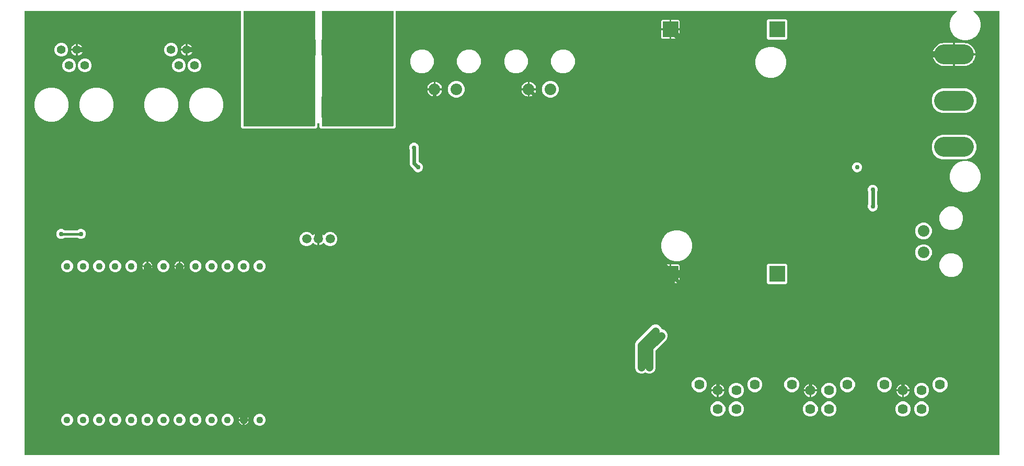
<source format=gbr>
G04 EAGLE Gerber RS-274X export*
G75*
%MOMM*%
%FSLAX34Y34*%
%LPD*%
%INBottom Copper*%
%IPPOS*%
%AMOC8*
5,1,8,0,0,1.08239X$1,22.5*%
G01*
%ADD10C,1.108000*%
%ADD11C,1.875000*%
%ADD12R,2.500000X2.500000*%
%ADD13C,1.008000*%
%ADD14C,4.000000*%
%ADD15C,1.500000*%
%ADD16P,6.511658X8X202.500000*%
%ADD17C,3.200000*%
%ADD18C,1.408000*%
%ADD19C,1.620000*%
%ADD20C,1.016000*%
%ADD21C,1.270000*%
%ADD22C,0.756400*%
%ADD23C,0.812800*%
%ADD24C,0.508000*%
%ADD25C,0.609600*%
%ADD26C,0.406400*%

G36*
X1589098Y10164D02*
X1589098Y10164D01*
X1589117Y10162D01*
X1589219Y10184D01*
X1589321Y10200D01*
X1589338Y10210D01*
X1589358Y10214D01*
X1589447Y10267D01*
X1589538Y10316D01*
X1589552Y10330D01*
X1589569Y10340D01*
X1589636Y10419D01*
X1589708Y10494D01*
X1589716Y10512D01*
X1589729Y10527D01*
X1589768Y10623D01*
X1589811Y10717D01*
X1589813Y10737D01*
X1589821Y10755D01*
X1589839Y10922D01*
X1589839Y729078D01*
X1589836Y729098D01*
X1589838Y729117D01*
X1589816Y729219D01*
X1589800Y729321D01*
X1589790Y729338D01*
X1589786Y729358D01*
X1589733Y729447D01*
X1589684Y729538D01*
X1589670Y729552D01*
X1589660Y729569D01*
X1589581Y729636D01*
X1589506Y729708D01*
X1589488Y729716D01*
X1589473Y729729D01*
X1589377Y729768D01*
X1589283Y729811D01*
X1589263Y729813D01*
X1589245Y729821D01*
X1589078Y729839D01*
X1547915Y729839D01*
X1547868Y729832D01*
X1547820Y729833D01*
X1547748Y729812D01*
X1547673Y729800D01*
X1547630Y729777D01*
X1547584Y729763D01*
X1547522Y729720D01*
X1547455Y729684D01*
X1547422Y729650D01*
X1547383Y729622D01*
X1547338Y729561D01*
X1547286Y729506D01*
X1547266Y729463D01*
X1547237Y729424D01*
X1547214Y729352D01*
X1547182Y729283D01*
X1547177Y729235D01*
X1547162Y729190D01*
X1547164Y729114D01*
X1547155Y729039D01*
X1547165Y728992D01*
X1547166Y728944D01*
X1547191Y728872D01*
X1547208Y728798D01*
X1547232Y728757D01*
X1547248Y728712D01*
X1547295Y728652D01*
X1547334Y728587D01*
X1547370Y728556D01*
X1547400Y728518D01*
X1547504Y728442D01*
X1547521Y728427D01*
X1547527Y728425D01*
X1547535Y728419D01*
X1549449Y727314D01*
X1554134Y722629D01*
X1557446Y716892D01*
X1559161Y710492D01*
X1559161Y703868D01*
X1557446Y697468D01*
X1554134Y691731D01*
X1549449Y687046D01*
X1543712Y683734D01*
X1537312Y682019D01*
X1530688Y682019D01*
X1524288Y683734D01*
X1518551Y687046D01*
X1513866Y691731D01*
X1510554Y697468D01*
X1508839Y703868D01*
X1508839Y710492D01*
X1510554Y716892D01*
X1513866Y722629D01*
X1518551Y727314D01*
X1520465Y728419D01*
X1520502Y728449D01*
X1520545Y728472D01*
X1520597Y728526D01*
X1520655Y728575D01*
X1520681Y728615D01*
X1520714Y728650D01*
X1520746Y728719D01*
X1520786Y728783D01*
X1520797Y728830D01*
X1520818Y728873D01*
X1520826Y728948D01*
X1520844Y729022D01*
X1520839Y729070D01*
X1520845Y729117D01*
X1520829Y729192D01*
X1520822Y729267D01*
X1520803Y729311D01*
X1520792Y729358D01*
X1520754Y729423D01*
X1520723Y729492D01*
X1520691Y729528D01*
X1520666Y729569D01*
X1520609Y729618D01*
X1520558Y729674D01*
X1520516Y729698D01*
X1520479Y729729D01*
X1520409Y729757D01*
X1520343Y729794D01*
X1520296Y729803D01*
X1520251Y729821D01*
X1520123Y729835D01*
X1520101Y729839D01*
X1520095Y729838D01*
X1520085Y729839D01*
X612648Y729839D01*
X612628Y729836D01*
X612609Y729838D01*
X612507Y729816D01*
X612405Y729800D01*
X612388Y729790D01*
X612368Y729786D01*
X612279Y729733D01*
X612188Y729684D01*
X612174Y729670D01*
X612157Y729660D01*
X612090Y729581D01*
X612018Y729506D01*
X612010Y729488D01*
X611997Y729473D01*
X611958Y729377D01*
X611915Y729283D01*
X611913Y729263D01*
X611905Y729245D01*
X611887Y729078D01*
X611887Y541561D01*
X609059Y538733D01*
X490761Y538733D01*
X487933Y541561D01*
X487933Y546989D01*
X487930Y547009D01*
X487932Y547028D01*
X487910Y547130D01*
X487894Y547232D01*
X487884Y547249D01*
X487880Y547269D01*
X487827Y547358D01*
X487778Y547449D01*
X487764Y547463D01*
X487754Y547480D01*
X487675Y547547D01*
X487600Y547619D01*
X487582Y547627D01*
X487567Y547640D01*
X487471Y547679D01*
X487377Y547722D01*
X487357Y547724D01*
X487339Y547732D01*
X487172Y547750D01*
X485648Y547750D01*
X485628Y547747D01*
X485609Y547749D01*
X485507Y547727D01*
X485405Y547711D01*
X485388Y547701D01*
X485368Y547697D01*
X485279Y547644D01*
X485188Y547595D01*
X485174Y547581D01*
X485157Y547571D01*
X485090Y547492D01*
X485018Y547417D01*
X485010Y547399D01*
X484997Y547384D01*
X484958Y547288D01*
X484915Y547194D01*
X484913Y547174D01*
X484905Y547156D01*
X484887Y546989D01*
X484887Y541561D01*
X482059Y538733D01*
X363761Y538733D01*
X360933Y541561D01*
X360933Y729078D01*
X360930Y729098D01*
X360932Y729117D01*
X360910Y729219D01*
X360894Y729321D01*
X360884Y729338D01*
X360880Y729358D01*
X360827Y729447D01*
X360778Y729538D01*
X360764Y729552D01*
X360754Y729569D01*
X360675Y729636D01*
X360600Y729708D01*
X360582Y729716D01*
X360567Y729729D01*
X360471Y729768D01*
X360377Y729811D01*
X360357Y729813D01*
X360339Y729821D01*
X360172Y729839D01*
X10922Y729839D01*
X10902Y729836D01*
X10883Y729838D01*
X10781Y729816D01*
X10679Y729800D01*
X10662Y729790D01*
X10642Y729786D01*
X10553Y729733D01*
X10462Y729684D01*
X10448Y729670D01*
X10431Y729660D01*
X10364Y729581D01*
X10292Y729506D01*
X10284Y729488D01*
X10271Y729473D01*
X10232Y729377D01*
X10189Y729283D01*
X10187Y729263D01*
X10179Y729245D01*
X10161Y729078D01*
X10161Y10922D01*
X10164Y10902D01*
X10162Y10883D01*
X10184Y10781D01*
X10200Y10679D01*
X10210Y10662D01*
X10214Y10642D01*
X10267Y10553D01*
X10316Y10462D01*
X10330Y10448D01*
X10340Y10431D01*
X10419Y10364D01*
X10494Y10292D01*
X10512Y10284D01*
X10527Y10271D01*
X10623Y10232D01*
X10717Y10189D01*
X10737Y10187D01*
X10755Y10179D01*
X10922Y10161D01*
X1589078Y10161D01*
X1589098Y10164D01*
G37*
G36*
X480080Y542802D02*
X480080Y542802D01*
X480099Y542800D01*
X480201Y542822D01*
X480303Y542839D01*
X480320Y542848D01*
X480340Y542852D01*
X480429Y542905D01*
X480520Y542954D01*
X480534Y542968D01*
X480551Y542978D01*
X480618Y543057D01*
X480690Y543132D01*
X480698Y543150D01*
X480711Y543165D01*
X480750Y543261D01*
X480793Y543355D01*
X480795Y543375D01*
X480803Y543393D01*
X480821Y543560D01*
X480821Y556711D01*
X481236Y557235D01*
X481264Y557280D01*
X481298Y557319D01*
X481354Y557427D01*
X481418Y557529D01*
X481434Y557579D01*
X481459Y557626D01*
X481489Y557743D01*
X481527Y557857D01*
X481532Y557909D01*
X481545Y557960D01*
X481559Y558165D01*
X481559Y589915D01*
X481552Y589980D01*
X481554Y590045D01*
X481532Y590151D01*
X481519Y590258D01*
X481497Y590320D01*
X481484Y590384D01*
X481439Y590482D01*
X481402Y590584D01*
X481366Y590638D01*
X481339Y590697D01*
X481220Y590865D01*
X480821Y591352D01*
X480821Y729078D01*
X480818Y729098D01*
X480820Y729117D01*
X480798Y729219D01*
X480782Y729321D01*
X480772Y729338D01*
X480768Y729358D01*
X480715Y729447D01*
X480666Y729538D01*
X480652Y729552D01*
X480642Y729569D01*
X480563Y729636D01*
X480488Y729708D01*
X480470Y729716D01*
X480455Y729729D01*
X480359Y729768D01*
X480265Y729811D01*
X480245Y729813D01*
X480227Y729821D01*
X480060Y729839D01*
X365760Y729839D01*
X365740Y729836D01*
X365721Y729838D01*
X365619Y729816D01*
X365517Y729800D01*
X365500Y729790D01*
X365480Y729786D01*
X365391Y729733D01*
X365300Y729684D01*
X365286Y729670D01*
X365269Y729660D01*
X365202Y729581D01*
X365131Y729506D01*
X365122Y729488D01*
X365109Y729473D01*
X365070Y729377D01*
X365027Y729283D01*
X365025Y729263D01*
X365017Y729245D01*
X364999Y729078D01*
X364999Y543560D01*
X365002Y543540D01*
X365000Y543521D01*
X365022Y543419D01*
X365039Y543317D01*
X365048Y543300D01*
X365052Y543280D01*
X365105Y543191D01*
X365154Y543100D01*
X365168Y543086D01*
X365178Y543069D01*
X365257Y543002D01*
X365332Y542931D01*
X365350Y542922D01*
X365365Y542909D01*
X365461Y542870D01*
X365555Y542827D01*
X365575Y542825D01*
X365593Y542817D01*
X365760Y542799D01*
X480060Y542799D01*
X480080Y542802D01*
G37*
G36*
X607080Y542802D02*
X607080Y542802D01*
X607099Y542800D01*
X607201Y542822D01*
X607303Y542839D01*
X607320Y542848D01*
X607340Y542852D01*
X607429Y542905D01*
X607520Y542954D01*
X607534Y542968D01*
X607551Y542978D01*
X607618Y543057D01*
X607690Y543132D01*
X607698Y543150D01*
X607711Y543165D01*
X607750Y543261D01*
X607793Y543355D01*
X607795Y543375D01*
X607803Y543393D01*
X607821Y543560D01*
X607821Y729078D01*
X607818Y729098D01*
X607820Y729117D01*
X607798Y729219D01*
X607782Y729321D01*
X607772Y729338D01*
X607768Y729358D01*
X607715Y729447D01*
X607666Y729538D01*
X607652Y729552D01*
X607642Y729569D01*
X607563Y729636D01*
X607488Y729708D01*
X607470Y729716D01*
X607455Y729729D01*
X607359Y729768D01*
X607265Y729811D01*
X607245Y729813D01*
X607227Y729821D01*
X607060Y729839D01*
X492760Y729839D01*
X492740Y729836D01*
X492721Y729838D01*
X492619Y729816D01*
X492517Y729800D01*
X492500Y729790D01*
X492480Y729786D01*
X492391Y729733D01*
X492300Y729684D01*
X492286Y729670D01*
X492269Y729660D01*
X492202Y729581D01*
X492131Y729506D01*
X492122Y729488D01*
X492109Y729473D01*
X492070Y729377D01*
X492027Y729283D01*
X492025Y729263D01*
X492017Y729245D01*
X491999Y729078D01*
X491999Y591369D01*
X491584Y590845D01*
X491556Y590800D01*
X491522Y590761D01*
X491466Y590654D01*
X491402Y590551D01*
X491386Y590501D01*
X491361Y590454D01*
X491331Y590337D01*
X491293Y590223D01*
X491288Y590171D01*
X491275Y590120D01*
X491261Y589915D01*
X491261Y558165D01*
X491268Y558100D01*
X491266Y558035D01*
X491288Y557929D01*
X491301Y557822D01*
X491323Y557760D01*
X491336Y557696D01*
X491381Y557598D01*
X491418Y557496D01*
X491454Y557442D01*
X491481Y557383D01*
X491600Y557215D01*
X491999Y556728D01*
X491999Y543560D01*
X492002Y543540D01*
X492000Y543521D01*
X492022Y543419D01*
X492039Y543317D01*
X492048Y543300D01*
X492052Y543280D01*
X492105Y543191D01*
X492154Y543100D01*
X492168Y543086D01*
X492178Y543069D01*
X492257Y543002D01*
X492332Y542931D01*
X492350Y542922D01*
X492365Y542909D01*
X492461Y542870D01*
X492555Y542827D01*
X492575Y542825D01*
X492593Y542817D01*
X492760Y542799D01*
X607060Y542799D01*
X607080Y542802D01*
G37*
%LPC*%
G36*
X1007578Y141985D02*
X1007578Y141985D01*
X1003750Y143571D01*
X1000821Y146500D01*
X999235Y150328D01*
X999235Y190032D01*
X1000821Y193860D01*
X1026610Y219649D01*
X1030438Y221235D01*
X1034582Y221235D01*
X1038410Y219649D01*
X1041339Y216720D01*
X1042431Y214085D01*
X1042492Y213985D01*
X1042552Y213885D01*
X1042557Y213881D01*
X1042560Y213876D01*
X1042650Y213801D01*
X1042739Y213725D01*
X1042745Y213723D01*
X1042750Y213719D01*
X1042858Y213677D01*
X1042967Y213633D01*
X1042975Y213632D01*
X1042979Y213631D01*
X1042998Y213630D01*
X1043134Y213615D01*
X1043472Y213615D01*
X1047300Y212029D01*
X1050229Y209100D01*
X1051815Y205272D01*
X1051815Y201128D01*
X1050229Y197300D01*
X1032988Y180059D01*
X1032935Y179985D01*
X1032875Y179916D01*
X1032863Y179885D01*
X1032844Y179859D01*
X1032817Y179772D01*
X1032783Y179687D01*
X1032779Y179647D01*
X1032772Y179624D01*
X1032773Y179592D01*
X1032765Y179521D01*
X1032765Y150328D01*
X1031179Y146500D01*
X1028250Y143571D01*
X1024422Y141985D01*
X1020278Y141985D01*
X1016370Y143604D01*
X1016339Y143626D01*
X1016320Y143632D01*
X1016303Y143643D01*
X1016203Y143668D01*
X1016104Y143699D01*
X1016084Y143698D01*
X1016064Y143703D01*
X1015962Y143695D01*
X1015858Y143693D01*
X1015839Y143686D01*
X1015819Y143684D01*
X1015724Y143644D01*
X1015627Y143608D01*
X1015613Y143597D01*
X1011722Y141985D01*
X1007578Y141985D01*
G37*
%LPD*%
%LPC*%
G36*
X1495959Y489055D02*
X1495959Y489055D01*
X1488584Y492110D01*
X1482940Y497754D01*
X1479885Y505129D01*
X1479885Y513111D01*
X1482940Y520486D01*
X1488584Y526130D01*
X1495959Y529185D01*
X1535941Y529185D01*
X1543316Y526130D01*
X1548960Y520486D01*
X1552015Y513111D01*
X1552015Y505129D01*
X1548960Y497754D01*
X1543316Y492110D01*
X1535941Y489055D01*
X1495959Y489055D01*
G37*
%LPD*%
%LPC*%
G36*
X1495959Y564135D02*
X1495959Y564135D01*
X1488584Y567190D01*
X1482940Y572834D01*
X1479885Y580209D01*
X1479885Y588191D01*
X1482940Y595566D01*
X1488584Y601210D01*
X1495959Y604265D01*
X1535941Y604265D01*
X1543316Y601210D01*
X1548960Y595566D01*
X1552015Y588191D01*
X1552015Y580209D01*
X1548960Y572834D01*
X1543316Y567190D01*
X1535941Y564135D01*
X1495959Y564135D01*
G37*
%LPD*%
%LPC*%
G36*
X228058Y550189D02*
X228058Y550189D01*
X221023Y552074D01*
X214716Y555716D01*
X209566Y560866D01*
X205924Y567173D01*
X204039Y574208D01*
X204039Y581492D01*
X205924Y588527D01*
X209566Y594834D01*
X214716Y599984D01*
X221023Y603626D01*
X228058Y605511D01*
X235342Y605511D01*
X242377Y603626D01*
X248684Y599984D01*
X253834Y594834D01*
X257476Y588527D01*
X259361Y581492D01*
X259361Y574208D01*
X257476Y567173D01*
X253834Y560866D01*
X248684Y555716D01*
X242377Y552074D01*
X235342Y550189D01*
X228058Y550189D01*
G37*
%LPD*%
%LPC*%
G36*
X301058Y550189D02*
X301058Y550189D01*
X294023Y552074D01*
X287716Y555716D01*
X282566Y560866D01*
X278924Y567173D01*
X277039Y574208D01*
X277039Y581492D01*
X278924Y588527D01*
X282566Y594834D01*
X287716Y599984D01*
X294023Y603626D01*
X301058Y605511D01*
X308342Y605511D01*
X315377Y603626D01*
X321684Y599984D01*
X326834Y594834D01*
X330476Y588527D01*
X332361Y581492D01*
X332361Y574208D01*
X330476Y567173D01*
X326834Y560866D01*
X321684Y555716D01*
X315377Y552074D01*
X308342Y550189D01*
X301058Y550189D01*
G37*
%LPD*%
%LPC*%
G36*
X123258Y550189D02*
X123258Y550189D01*
X116223Y552074D01*
X109916Y555716D01*
X104766Y560866D01*
X101124Y567173D01*
X99239Y574208D01*
X99239Y581492D01*
X101124Y588527D01*
X104766Y594834D01*
X109916Y599984D01*
X116223Y603626D01*
X123258Y605511D01*
X130542Y605511D01*
X137577Y603626D01*
X143884Y599984D01*
X149034Y594834D01*
X152676Y588527D01*
X154561Y581492D01*
X154561Y574208D01*
X152676Y567173D01*
X149034Y560866D01*
X143884Y555716D01*
X137577Y552074D01*
X130542Y550189D01*
X123258Y550189D01*
G37*
%LPD*%
%LPC*%
G36*
X50258Y550189D02*
X50258Y550189D01*
X43223Y552074D01*
X36916Y555716D01*
X31766Y560866D01*
X28124Y567173D01*
X26239Y574208D01*
X26239Y581492D01*
X28124Y588527D01*
X31766Y594834D01*
X36916Y599984D01*
X43223Y603626D01*
X50258Y605511D01*
X57542Y605511D01*
X64577Y603626D01*
X70884Y599984D01*
X76034Y594834D01*
X79676Y588527D01*
X81561Y581492D01*
X81561Y574208D01*
X79676Y567173D01*
X76034Y560866D01*
X70884Y555716D01*
X64577Y552074D01*
X57542Y550189D01*
X50258Y550189D01*
G37*
%LPD*%
%LPC*%
G36*
X1063488Y324089D02*
X1063488Y324089D01*
X1057088Y325804D01*
X1051351Y329116D01*
X1046666Y333801D01*
X1043354Y339538D01*
X1041639Y345938D01*
X1041639Y352562D01*
X1043354Y358962D01*
X1046666Y364699D01*
X1051351Y369384D01*
X1057088Y372696D01*
X1063488Y374411D01*
X1070112Y374411D01*
X1076512Y372696D01*
X1082249Y369384D01*
X1086934Y364699D01*
X1090246Y358962D01*
X1091961Y352562D01*
X1091961Y345938D01*
X1090246Y339538D01*
X1086934Y333801D01*
X1082249Y329116D01*
X1076512Y325804D01*
X1070112Y324089D01*
X1063488Y324089D01*
G37*
%LPD*%
%LPC*%
G36*
X1530688Y436059D02*
X1530688Y436059D01*
X1524288Y437774D01*
X1518551Y441086D01*
X1513866Y445771D01*
X1510554Y451508D01*
X1508839Y457908D01*
X1508839Y464532D01*
X1510554Y470932D01*
X1513866Y476669D01*
X1518551Y481354D01*
X1524288Y484666D01*
X1530688Y486381D01*
X1537312Y486381D01*
X1543712Y484666D01*
X1549449Y481354D01*
X1554134Y476669D01*
X1557446Y470932D01*
X1559161Y464532D01*
X1559161Y457908D01*
X1557446Y451508D01*
X1554134Y445771D01*
X1549449Y441086D01*
X1543712Y437774D01*
X1537312Y436059D01*
X1530688Y436059D01*
G37*
%LPD*%
%LPC*%
G36*
X1215888Y621269D02*
X1215888Y621269D01*
X1209488Y622984D01*
X1203751Y626296D01*
X1199066Y630981D01*
X1195754Y636718D01*
X1194039Y643118D01*
X1194039Y649742D01*
X1195754Y656142D01*
X1199066Y661879D01*
X1203751Y666564D01*
X1209488Y669876D01*
X1215888Y671591D01*
X1222512Y671591D01*
X1228912Y669876D01*
X1234649Y666564D01*
X1239334Y661879D01*
X1242646Y656142D01*
X1244361Y649742D01*
X1244361Y643118D01*
X1242646Y636718D01*
X1239334Y630981D01*
X1234649Y626296D01*
X1228912Y622984D01*
X1222512Y621269D01*
X1215888Y621269D01*
G37*
%LPD*%
%LPC*%
G36*
X1507639Y298439D02*
X1507639Y298439D01*
X1500596Y301356D01*
X1495206Y306746D01*
X1492289Y313789D01*
X1492289Y321411D01*
X1495206Y328454D01*
X1500596Y333844D01*
X1507639Y336761D01*
X1515261Y336761D01*
X1522304Y333844D01*
X1527694Y328454D01*
X1530611Y321411D01*
X1530611Y313789D01*
X1527694Y306746D01*
X1522304Y301356D01*
X1515261Y298439D01*
X1507639Y298439D01*
G37*
%LPD*%
%LPC*%
G36*
X1507639Y374439D02*
X1507639Y374439D01*
X1500596Y377356D01*
X1495206Y382746D01*
X1492289Y389789D01*
X1492289Y397411D01*
X1495206Y404454D01*
X1500596Y409844D01*
X1507639Y412761D01*
X1515261Y412761D01*
X1522304Y409844D01*
X1527694Y404454D01*
X1530611Y397411D01*
X1530611Y389789D01*
X1527694Y382746D01*
X1522304Y377356D01*
X1515261Y374439D01*
X1507639Y374439D01*
G37*
%LPD*%
%LPC*%
G36*
X878739Y628689D02*
X878739Y628689D01*
X871696Y631606D01*
X866306Y636996D01*
X863389Y644039D01*
X863389Y651661D01*
X866306Y658704D01*
X871696Y664094D01*
X878739Y667011D01*
X886361Y667011D01*
X893404Y664094D01*
X898794Y658704D01*
X901711Y651661D01*
X901711Y644039D01*
X898794Y636996D01*
X893404Y631606D01*
X886361Y628689D01*
X878739Y628689D01*
G37*
%LPD*%
%LPC*%
G36*
X802739Y628689D02*
X802739Y628689D01*
X795696Y631606D01*
X790306Y636996D01*
X787389Y644039D01*
X787389Y651661D01*
X790306Y658704D01*
X795696Y664094D01*
X802739Y667011D01*
X810361Y667011D01*
X817404Y664094D01*
X822794Y658704D01*
X825711Y651661D01*
X825711Y644039D01*
X822794Y636996D01*
X817404Y631606D01*
X810361Y628689D01*
X802739Y628689D01*
G37*
%LPD*%
%LPC*%
G36*
X726339Y628689D02*
X726339Y628689D01*
X719296Y631606D01*
X713906Y636996D01*
X710989Y644039D01*
X710989Y651661D01*
X713906Y658704D01*
X719296Y664094D01*
X726339Y667011D01*
X733961Y667011D01*
X741004Y664094D01*
X746394Y658704D01*
X749311Y651661D01*
X749311Y644039D01*
X746394Y636996D01*
X741004Y631606D01*
X733961Y628689D01*
X726339Y628689D01*
G37*
%LPD*%
%LPC*%
G36*
X650339Y628689D02*
X650339Y628689D01*
X643296Y631606D01*
X637906Y636996D01*
X634989Y644039D01*
X634989Y651661D01*
X637906Y658704D01*
X643296Y664094D01*
X650339Y667011D01*
X657961Y667011D01*
X665004Y664094D01*
X670394Y658704D01*
X673311Y651661D01*
X673311Y644039D01*
X670394Y636996D01*
X665004Y631606D01*
X657961Y628689D01*
X650339Y628689D01*
G37*
%LPD*%
%LPC*%
G36*
X1215176Y683205D02*
X1215176Y683205D01*
X1212795Y685586D01*
X1212795Y713954D01*
X1215176Y716335D01*
X1243544Y716335D01*
X1245925Y713954D01*
X1245925Y685586D01*
X1243544Y683205D01*
X1215176Y683205D01*
G37*
%LPD*%
%LPC*%
G36*
X1215176Y286965D02*
X1215176Y286965D01*
X1212795Y289346D01*
X1212795Y317714D01*
X1215176Y320095D01*
X1243544Y320095D01*
X1245925Y317714D01*
X1245925Y289346D01*
X1243544Y286965D01*
X1215176Y286965D01*
G37*
%LPD*%
%LPC*%
G36*
X465010Y348475D02*
X465010Y348475D01*
X460759Y350236D01*
X457506Y353489D01*
X455745Y357740D01*
X455745Y362340D01*
X457506Y366591D01*
X460759Y369844D01*
X465010Y371605D01*
X469610Y371605D01*
X473861Y369844D01*
X477114Y366591D01*
X477191Y366405D01*
X477246Y366316D01*
X477298Y366224D01*
X477311Y366212D01*
X477321Y366196D01*
X477402Y366129D01*
X477479Y366058D01*
X477496Y366051D01*
X477510Y366039D01*
X477608Y366002D01*
X477705Y365959D01*
X477723Y365958D01*
X477740Y365951D01*
X477845Y365947D01*
X477950Y365937D01*
X477967Y365942D01*
X477985Y365941D01*
X478086Y365970D01*
X478189Y365995D01*
X478204Y366004D01*
X478222Y366009D01*
X478308Y366069D01*
X478397Y366125D01*
X478412Y366142D01*
X478424Y366150D01*
X478443Y366175D01*
X478510Y366249D01*
X478751Y366581D01*
X479869Y367699D01*
X481147Y368628D01*
X482556Y369345D01*
X484059Y369834D01*
X484887Y369965D01*
X484887Y360802D01*
X484890Y360782D01*
X484888Y360763D01*
X484910Y360661D01*
X484927Y360559D01*
X484936Y360542D01*
X484940Y360522D01*
X484993Y360433D01*
X485042Y360342D01*
X485056Y360328D01*
X485066Y360311D01*
X485145Y360244D01*
X485220Y360173D01*
X485238Y360164D01*
X485253Y360151D01*
X485349Y360113D01*
X485443Y360069D01*
X485463Y360067D01*
X485481Y360059D01*
X485648Y360041D01*
X487172Y360041D01*
X487192Y360044D01*
X487211Y360042D01*
X487313Y360064D01*
X487415Y360081D01*
X487432Y360090D01*
X487452Y360094D01*
X487541Y360147D01*
X487632Y360196D01*
X487646Y360210D01*
X487663Y360220D01*
X487730Y360299D01*
X487801Y360374D01*
X487810Y360392D01*
X487823Y360407D01*
X487862Y360503D01*
X487905Y360597D01*
X487907Y360617D01*
X487915Y360635D01*
X487933Y360802D01*
X487933Y369965D01*
X488761Y369834D01*
X490264Y369345D01*
X491673Y368628D01*
X492951Y367699D01*
X494069Y366581D01*
X494310Y366249D01*
X494385Y366175D01*
X494456Y366098D01*
X494472Y366089D01*
X494485Y366076D01*
X494579Y366030D01*
X494671Y365979D01*
X494689Y365976D01*
X494706Y365968D01*
X494810Y365954D01*
X494913Y365935D01*
X494931Y365938D01*
X494949Y365936D01*
X495052Y365956D01*
X495157Y365971D01*
X495173Y365979D01*
X495191Y365983D01*
X495282Y366035D01*
X495376Y366083D01*
X495389Y366096D01*
X495404Y366105D01*
X495475Y366183D01*
X495548Y366258D01*
X495559Y366278D01*
X495568Y366288D01*
X495581Y366317D01*
X495629Y366405D01*
X495706Y366591D01*
X498959Y369844D01*
X503210Y371605D01*
X507810Y371605D01*
X512061Y369844D01*
X515314Y366591D01*
X517075Y362340D01*
X517075Y357740D01*
X515314Y353489D01*
X512061Y350236D01*
X507810Y348475D01*
X503210Y348475D01*
X498959Y350236D01*
X495706Y353489D01*
X495629Y353675D01*
X495574Y353764D01*
X495522Y353856D01*
X495509Y353868D01*
X495499Y353884D01*
X495418Y353951D01*
X495341Y354022D01*
X495324Y354029D01*
X495310Y354041D01*
X495212Y354078D01*
X495115Y354121D01*
X495097Y354122D01*
X495080Y354129D01*
X494975Y354133D01*
X494870Y354143D01*
X494853Y354138D01*
X494835Y354139D01*
X494734Y354110D01*
X494631Y354085D01*
X494616Y354076D01*
X494598Y354071D01*
X494512Y354011D01*
X494423Y353955D01*
X494408Y353938D01*
X494396Y353930D01*
X494377Y353905D01*
X494310Y353831D01*
X494069Y353499D01*
X492951Y352381D01*
X491673Y351452D01*
X490264Y350735D01*
X488761Y350246D01*
X487933Y350115D01*
X487933Y359278D01*
X487930Y359298D01*
X487932Y359317D01*
X487910Y359419D01*
X487893Y359521D01*
X487884Y359538D01*
X487880Y359558D01*
X487827Y359647D01*
X487778Y359738D01*
X487764Y359752D01*
X487754Y359769D01*
X487675Y359836D01*
X487600Y359907D01*
X487582Y359916D01*
X487567Y359929D01*
X487471Y359967D01*
X487377Y360011D01*
X487357Y360013D01*
X487339Y360021D01*
X487172Y360039D01*
X485648Y360039D01*
X485628Y360036D01*
X485609Y360038D01*
X485507Y360016D01*
X485405Y359999D01*
X485388Y359990D01*
X485368Y359986D01*
X485279Y359933D01*
X485188Y359884D01*
X485174Y359870D01*
X485157Y359860D01*
X485090Y359781D01*
X485019Y359706D01*
X485010Y359688D01*
X484997Y359673D01*
X484958Y359577D01*
X484915Y359483D01*
X484913Y359463D01*
X484905Y359445D01*
X484887Y359278D01*
X484887Y350115D01*
X484059Y350246D01*
X482556Y350735D01*
X481147Y351452D01*
X479869Y352381D01*
X478751Y353499D01*
X478510Y353831D01*
X478435Y353905D01*
X478364Y353982D01*
X478348Y353991D01*
X478335Y354004D01*
X478241Y354050D01*
X478149Y354101D01*
X478131Y354104D01*
X478114Y354112D01*
X478010Y354126D01*
X477907Y354145D01*
X477889Y354142D01*
X477871Y354144D01*
X477768Y354124D01*
X477663Y354109D01*
X477647Y354101D01*
X477629Y354097D01*
X477538Y354045D01*
X477444Y353997D01*
X477431Y353984D01*
X477416Y353975D01*
X477345Y353897D01*
X477272Y353822D01*
X477261Y353802D01*
X477252Y353792D01*
X477239Y353763D01*
X477191Y353675D01*
X477114Y353489D01*
X473861Y350236D01*
X469610Y348475D01*
X465010Y348475D01*
G37*
%LPD*%
%LPC*%
G36*
X646139Y468403D02*
X646139Y468403D01*
X643255Y469598D01*
X641048Y471805D01*
X640372Y473437D01*
X640337Y473493D01*
X640312Y473553D01*
X640260Y473618D01*
X640242Y473646D01*
X640227Y473659D01*
X640207Y473684D01*
X635320Y478571D01*
X634237Y481185D01*
X634237Y504516D01*
X634227Y504580D01*
X634226Y504646D01*
X634203Y504726D01*
X634198Y504759D01*
X634188Y504776D01*
X634179Y504807D01*
X633503Y506439D01*
X633503Y509561D01*
X634698Y512445D01*
X636905Y514652D01*
X639789Y515847D01*
X642911Y515847D01*
X645795Y514652D01*
X648002Y512445D01*
X649197Y509561D01*
X649197Y506439D01*
X648521Y504807D01*
X648506Y504743D01*
X648481Y504682D01*
X648472Y504600D01*
X648465Y504568D01*
X648466Y504548D01*
X648463Y504516D01*
X648463Y485862D01*
X648477Y485771D01*
X648485Y485681D01*
X648497Y485651D01*
X648502Y485619D01*
X648545Y485538D01*
X648581Y485454D01*
X648607Y485422D01*
X648618Y485401D01*
X648641Y485379D01*
X648686Y485323D01*
X650266Y483743D01*
X650319Y483705D01*
X650366Y483659D01*
X650439Y483619D01*
X650465Y483600D01*
X650484Y483594D01*
X650513Y483578D01*
X652145Y482902D01*
X654352Y480695D01*
X655547Y477811D01*
X655547Y474689D01*
X654352Y471805D01*
X652145Y469598D01*
X649261Y468403D01*
X646139Y468403D01*
G37*
%LPD*%
%LPC*%
G36*
X68289Y360453D02*
X68289Y360453D01*
X65405Y361648D01*
X63198Y363855D01*
X62003Y366739D01*
X62003Y369861D01*
X63198Y372745D01*
X65405Y374952D01*
X68289Y376147D01*
X71411Y376147D01*
X74295Y374952D01*
X74627Y374620D01*
X74701Y374567D01*
X74771Y374507D01*
X74801Y374495D01*
X74827Y374476D01*
X74914Y374449D01*
X74999Y374415D01*
X75040Y374411D01*
X75062Y374404D01*
X75094Y374405D01*
X75166Y374397D01*
X96284Y374397D01*
X96375Y374411D01*
X96465Y374419D01*
X96495Y374431D01*
X96527Y374436D01*
X96608Y374479D01*
X96692Y374515D01*
X96724Y374541D01*
X96745Y374552D01*
X96767Y374575D01*
X96823Y374620D01*
X97155Y374952D01*
X100039Y376147D01*
X103161Y376147D01*
X106045Y374952D01*
X108252Y372745D01*
X109447Y369861D01*
X109447Y366739D01*
X108252Y363855D01*
X106045Y361648D01*
X103161Y360453D01*
X100039Y360453D01*
X97155Y361648D01*
X96823Y361980D01*
X96749Y362033D01*
X96679Y362093D01*
X96649Y362105D01*
X96623Y362124D01*
X96536Y362151D01*
X96451Y362185D01*
X96410Y362189D01*
X96388Y362196D01*
X96356Y362195D01*
X96284Y362203D01*
X75166Y362203D01*
X75075Y362189D01*
X74985Y362181D01*
X74955Y362169D01*
X74923Y362164D01*
X74842Y362121D01*
X74758Y362085D01*
X74726Y362059D01*
X74705Y362048D01*
X74683Y362025D01*
X74627Y361980D01*
X74295Y361648D01*
X71411Y360453D01*
X68289Y360453D01*
G37*
%LPD*%
%LPC*%
G36*
X1382739Y404903D02*
X1382739Y404903D01*
X1379855Y406098D01*
X1377648Y408305D01*
X1376453Y411189D01*
X1376453Y414311D01*
X1377129Y415943D01*
X1377144Y416007D01*
X1377169Y416068D01*
X1377178Y416150D01*
X1377185Y416182D01*
X1377184Y416202D01*
X1377187Y416234D01*
X1377187Y436670D01*
X1377177Y436734D01*
X1377176Y436800D01*
X1377153Y436880D01*
X1377148Y436913D01*
X1377138Y436930D01*
X1377129Y436961D01*
X1376453Y438593D01*
X1376453Y441715D01*
X1377648Y444599D01*
X1379855Y446806D01*
X1382739Y448001D01*
X1385861Y448001D01*
X1388745Y446806D01*
X1390952Y444599D01*
X1392147Y441715D01*
X1392147Y438593D01*
X1391471Y436961D01*
X1391456Y436897D01*
X1391431Y436836D01*
X1391422Y436754D01*
X1391415Y436722D01*
X1391416Y436702D01*
X1391413Y436670D01*
X1391413Y416234D01*
X1391423Y416170D01*
X1391424Y416104D01*
X1391447Y416024D01*
X1391452Y415991D01*
X1391462Y415974D01*
X1391471Y415943D01*
X1392147Y414311D01*
X1392147Y411189D01*
X1390952Y408305D01*
X1388745Y406098D01*
X1385861Y404903D01*
X1382739Y404903D01*
G37*
%LPD*%
%LPC*%
G36*
X1463777Y324660D02*
X1463777Y324660D01*
X1458837Y326706D01*
X1455056Y330487D01*
X1453010Y335427D01*
X1453010Y340773D01*
X1455056Y345713D01*
X1458837Y349494D01*
X1463777Y351540D01*
X1469123Y351540D01*
X1474063Y349494D01*
X1477844Y345713D01*
X1479890Y340773D01*
X1479890Y335427D01*
X1477844Y330487D01*
X1474063Y326706D01*
X1469123Y324660D01*
X1463777Y324660D01*
G37*
%LPD*%
%LPC*%
G36*
X1463777Y359660D02*
X1463777Y359660D01*
X1458837Y361706D01*
X1455056Y365487D01*
X1453010Y370427D01*
X1453010Y375773D01*
X1455056Y380713D01*
X1458837Y384494D01*
X1463777Y386540D01*
X1469123Y386540D01*
X1474063Y384494D01*
X1477844Y380713D01*
X1479890Y375773D01*
X1479890Y370427D01*
X1477844Y365487D01*
X1474063Y361706D01*
X1469123Y359660D01*
X1463777Y359660D01*
G37*
%LPD*%
%LPC*%
G36*
X859377Y589410D02*
X859377Y589410D01*
X854437Y591456D01*
X850656Y595237D01*
X848610Y600177D01*
X848610Y605523D01*
X850656Y610463D01*
X854437Y614244D01*
X859377Y616290D01*
X864723Y616290D01*
X869663Y614244D01*
X873444Y610463D01*
X875490Y605523D01*
X875490Y600177D01*
X873444Y595237D01*
X869663Y591456D01*
X864723Y589410D01*
X859377Y589410D01*
G37*
%LPD*%
%LPC*%
G36*
X706977Y589410D02*
X706977Y589410D01*
X702037Y591456D01*
X698256Y595237D01*
X696210Y600177D01*
X696210Y605523D01*
X698256Y610463D01*
X702037Y614244D01*
X706977Y616290D01*
X712323Y616290D01*
X717263Y614244D01*
X721044Y610463D01*
X723090Y605523D01*
X723090Y600177D01*
X721044Y595237D01*
X717263Y591456D01*
X712323Y589410D01*
X706977Y589410D01*
G37*
%LPD*%
%LPC*%
G36*
X1517473Y660803D02*
X1517473Y660803D01*
X1517473Y677821D01*
X1533165Y677821D01*
X1535575Y677503D01*
X1537922Y676874D01*
X1540168Y675944D01*
X1542273Y674729D01*
X1544201Y673250D01*
X1545920Y671531D01*
X1547399Y669603D01*
X1548614Y667498D01*
X1549544Y665252D01*
X1550173Y662905D01*
X1550450Y660803D01*
X1517473Y660803D01*
G37*
%LPD*%
%LPC*%
G36*
X1481450Y660803D02*
X1481450Y660803D01*
X1481727Y662905D01*
X1482356Y665252D01*
X1483286Y667498D01*
X1484501Y669603D01*
X1485980Y671531D01*
X1487699Y673250D01*
X1489627Y674729D01*
X1491732Y675944D01*
X1493978Y676874D01*
X1496325Y677503D01*
X1498735Y677821D01*
X1514427Y677821D01*
X1514427Y660803D01*
X1481450Y660803D01*
G37*
%LPD*%
%LPC*%
G36*
X1517473Y640739D02*
X1517473Y640739D01*
X1517473Y657757D01*
X1550450Y657757D01*
X1550173Y655655D01*
X1549544Y653308D01*
X1548614Y651062D01*
X1547399Y648957D01*
X1545920Y647029D01*
X1544201Y645310D01*
X1542273Y643831D01*
X1540168Y642616D01*
X1537922Y641686D01*
X1535575Y641057D01*
X1533165Y640739D01*
X1517473Y640739D01*
G37*
%LPD*%
%LPC*%
G36*
X1498735Y640739D02*
X1498735Y640739D01*
X1496325Y641057D01*
X1493978Y641686D01*
X1491732Y642616D01*
X1489627Y643831D01*
X1487699Y645310D01*
X1485980Y647029D01*
X1484501Y648957D01*
X1483286Y651062D01*
X1482356Y653308D01*
X1481727Y655655D01*
X1481450Y657757D01*
X1514427Y657757D01*
X1514427Y640739D01*
X1498735Y640739D01*
G37*
%LPD*%
%LPC*%
G36*
X1130830Y72535D02*
X1130830Y72535D01*
X1126359Y74387D01*
X1122937Y77809D01*
X1121085Y82280D01*
X1121085Y87120D01*
X1122937Y91591D01*
X1126359Y95013D01*
X1130830Y96865D01*
X1135670Y96865D01*
X1140141Y95013D01*
X1143563Y91591D01*
X1145415Y87120D01*
X1145415Y82280D01*
X1143563Y77809D01*
X1140141Y74387D01*
X1135670Y72535D01*
X1130830Y72535D01*
G37*
%LPD*%
%LPC*%
G36*
X1100830Y111935D02*
X1100830Y111935D01*
X1096359Y113787D01*
X1092937Y117209D01*
X1091085Y121680D01*
X1091085Y126520D01*
X1092937Y130991D01*
X1096359Y134413D01*
X1100830Y136265D01*
X1105670Y136265D01*
X1110141Y134413D01*
X1113563Y130991D01*
X1115415Y126520D01*
X1115415Y121680D01*
X1113563Y117209D01*
X1110141Y113787D01*
X1105670Y111935D01*
X1100830Y111935D01*
G37*
%LPD*%
%LPC*%
G36*
X1310830Y72535D02*
X1310830Y72535D01*
X1306359Y74387D01*
X1302937Y77809D01*
X1301085Y82280D01*
X1301085Y87120D01*
X1302937Y91591D01*
X1306359Y95013D01*
X1310830Y96865D01*
X1315670Y96865D01*
X1320141Y95013D01*
X1323563Y91591D01*
X1325415Y87120D01*
X1325415Y82280D01*
X1323563Y77809D01*
X1320141Y74387D01*
X1315670Y72535D01*
X1310830Y72535D01*
G37*
%LPD*%
%LPC*%
G36*
X1430830Y72535D02*
X1430830Y72535D01*
X1426359Y74387D01*
X1422937Y77809D01*
X1421085Y82280D01*
X1421085Y87120D01*
X1422937Y91591D01*
X1426359Y95013D01*
X1430830Y96865D01*
X1435670Y96865D01*
X1440141Y95013D01*
X1443563Y91591D01*
X1445415Y87120D01*
X1445415Y82280D01*
X1443563Y77809D01*
X1440141Y74387D01*
X1435670Y72535D01*
X1430830Y72535D01*
G37*
%LPD*%
%LPC*%
G36*
X1190830Y111935D02*
X1190830Y111935D01*
X1186359Y113787D01*
X1182937Y117209D01*
X1181085Y121680D01*
X1181085Y126520D01*
X1182937Y130991D01*
X1186359Y134413D01*
X1190830Y136265D01*
X1195670Y136265D01*
X1200141Y134413D01*
X1203563Y130991D01*
X1205415Y126520D01*
X1205415Y121680D01*
X1203563Y117209D01*
X1200141Y113787D01*
X1195670Y111935D01*
X1190830Y111935D01*
G37*
%LPD*%
%LPC*%
G36*
X1280830Y72535D02*
X1280830Y72535D01*
X1276359Y74387D01*
X1272937Y77809D01*
X1271085Y82280D01*
X1271085Y87120D01*
X1272937Y91591D01*
X1276359Y95013D01*
X1280830Y96865D01*
X1285670Y96865D01*
X1290141Y95013D01*
X1293563Y91591D01*
X1295415Y87120D01*
X1295415Y82280D01*
X1293563Y77809D01*
X1290141Y74387D01*
X1285670Y72535D01*
X1280830Y72535D01*
G37*
%LPD*%
%LPC*%
G36*
X1460830Y72535D02*
X1460830Y72535D01*
X1456359Y74387D01*
X1452937Y77809D01*
X1451085Y82280D01*
X1451085Y87120D01*
X1452937Y91591D01*
X1456359Y95013D01*
X1460830Y96865D01*
X1465670Y96865D01*
X1470141Y95013D01*
X1473563Y91591D01*
X1475415Y87120D01*
X1475415Y82280D01*
X1473563Y77809D01*
X1470141Y74387D01*
X1465670Y72535D01*
X1460830Y72535D01*
G37*
%LPD*%
%LPC*%
G36*
X1160830Y72535D02*
X1160830Y72535D01*
X1156359Y74387D01*
X1152937Y77809D01*
X1151085Y82280D01*
X1151085Y87120D01*
X1152937Y91591D01*
X1156359Y95013D01*
X1160830Y96865D01*
X1165670Y96865D01*
X1170141Y95013D01*
X1173563Y91591D01*
X1175415Y87120D01*
X1175415Y82280D01*
X1173563Y77809D01*
X1170141Y74387D01*
X1165670Y72535D01*
X1160830Y72535D01*
G37*
%LPD*%
%LPC*%
G36*
X1310830Y102535D02*
X1310830Y102535D01*
X1306359Y104387D01*
X1302937Y107809D01*
X1301085Y112280D01*
X1301085Y117120D01*
X1302937Y121591D01*
X1306359Y125013D01*
X1310830Y126865D01*
X1315670Y126865D01*
X1320141Y125013D01*
X1323563Y121591D01*
X1325415Y117120D01*
X1325415Y112280D01*
X1323563Y107809D01*
X1320141Y104387D01*
X1315670Y102535D01*
X1310830Y102535D01*
G37*
%LPD*%
%LPC*%
G36*
X1400830Y111935D02*
X1400830Y111935D01*
X1396359Y113787D01*
X1392937Y117209D01*
X1391085Y121680D01*
X1391085Y126520D01*
X1392937Y130991D01*
X1396359Y134413D01*
X1400830Y136265D01*
X1405670Y136265D01*
X1410141Y134413D01*
X1413563Y130991D01*
X1415415Y126520D01*
X1415415Y121680D01*
X1413563Y117209D01*
X1410141Y113787D01*
X1405670Y111935D01*
X1400830Y111935D01*
G37*
%LPD*%
%LPC*%
G36*
X1460830Y102535D02*
X1460830Y102535D01*
X1456359Y104387D01*
X1452937Y107809D01*
X1451085Y112280D01*
X1451085Y117120D01*
X1452937Y121591D01*
X1456359Y125013D01*
X1460830Y126865D01*
X1465670Y126865D01*
X1470141Y125013D01*
X1473563Y121591D01*
X1475415Y117120D01*
X1475415Y112280D01*
X1473563Y107809D01*
X1470141Y104387D01*
X1465670Y102535D01*
X1460830Y102535D01*
G37*
%LPD*%
%LPC*%
G36*
X1160830Y102535D02*
X1160830Y102535D01*
X1156359Y104387D01*
X1152937Y107809D01*
X1151085Y112280D01*
X1151085Y117120D01*
X1152937Y121591D01*
X1156359Y125013D01*
X1160830Y126865D01*
X1165670Y126865D01*
X1170141Y125013D01*
X1173563Y121591D01*
X1175415Y117120D01*
X1175415Y112280D01*
X1173563Y107809D01*
X1170141Y104387D01*
X1165670Y102535D01*
X1160830Y102535D01*
G37*
%LPD*%
%LPC*%
G36*
X1250830Y111935D02*
X1250830Y111935D01*
X1246359Y113787D01*
X1242937Y117209D01*
X1241085Y121680D01*
X1241085Y126520D01*
X1242937Y130991D01*
X1246359Y134413D01*
X1250830Y136265D01*
X1255670Y136265D01*
X1260141Y134413D01*
X1263563Y130991D01*
X1265415Y126520D01*
X1265415Y121680D01*
X1263563Y117209D01*
X1260141Y113787D01*
X1255670Y111935D01*
X1250830Y111935D01*
G37*
%LPD*%
%LPC*%
G36*
X1340830Y111935D02*
X1340830Y111935D01*
X1336359Y113787D01*
X1332937Y117209D01*
X1331085Y121680D01*
X1331085Y126520D01*
X1332937Y130991D01*
X1336359Y134413D01*
X1340830Y136265D01*
X1345670Y136265D01*
X1350141Y134413D01*
X1353563Y130991D01*
X1355415Y126520D01*
X1355415Y121680D01*
X1353563Y117209D01*
X1350141Y113787D01*
X1345670Y111935D01*
X1340830Y111935D01*
G37*
%LPD*%
%LPC*%
G36*
X1490830Y111935D02*
X1490830Y111935D01*
X1486359Y113787D01*
X1482937Y117209D01*
X1481085Y121680D01*
X1481085Y126520D01*
X1482937Y130991D01*
X1486359Y134413D01*
X1490830Y136265D01*
X1495670Y136265D01*
X1500141Y134413D01*
X1503563Y130991D01*
X1505415Y126520D01*
X1505415Y121680D01*
X1503563Y117209D01*
X1500141Y113787D01*
X1495670Y111935D01*
X1490830Y111935D01*
G37*
%LPD*%
%LPC*%
G36*
X245441Y655695D02*
X245441Y655695D01*
X241360Y657386D01*
X238236Y660510D01*
X236545Y664591D01*
X236545Y669009D01*
X238236Y673090D01*
X241360Y676214D01*
X245441Y677905D01*
X249859Y677905D01*
X253940Y676214D01*
X257064Y673090D01*
X258755Y669009D01*
X258755Y664591D01*
X257064Y660510D01*
X253940Y657386D01*
X249859Y655695D01*
X245441Y655695D01*
G37*
%LPD*%
%LPC*%
G36*
X67641Y655695D02*
X67641Y655695D01*
X63560Y657386D01*
X60436Y660510D01*
X58745Y664591D01*
X58745Y669009D01*
X60436Y673090D01*
X63560Y676214D01*
X67641Y677905D01*
X72059Y677905D01*
X76140Y676214D01*
X79264Y673090D01*
X80955Y669009D01*
X80955Y664591D01*
X79264Y660510D01*
X76140Y657386D01*
X72059Y655695D01*
X67641Y655695D01*
G37*
%LPD*%
%LPC*%
G36*
X258141Y630245D02*
X258141Y630245D01*
X254060Y631936D01*
X250936Y635060D01*
X249245Y639141D01*
X249245Y643559D01*
X250936Y647640D01*
X254060Y650764D01*
X258141Y652455D01*
X262559Y652455D01*
X266640Y650764D01*
X269764Y647640D01*
X271455Y643559D01*
X271455Y639141D01*
X269764Y635060D01*
X266640Y631936D01*
X262559Y630245D01*
X258141Y630245D01*
G37*
%LPD*%
%LPC*%
G36*
X105741Y630245D02*
X105741Y630245D01*
X101660Y631936D01*
X98536Y635060D01*
X96845Y639141D01*
X96845Y643559D01*
X98536Y647640D01*
X101660Y650764D01*
X105741Y652455D01*
X110159Y652455D01*
X114240Y650764D01*
X117364Y647640D01*
X119055Y643559D01*
X119055Y639141D01*
X117364Y635060D01*
X114240Y631936D01*
X110159Y630245D01*
X105741Y630245D01*
G37*
%LPD*%
%LPC*%
G36*
X283541Y630245D02*
X283541Y630245D01*
X279460Y631936D01*
X276336Y635060D01*
X274645Y639141D01*
X274645Y643559D01*
X276336Y647640D01*
X279460Y650764D01*
X283541Y652455D01*
X287959Y652455D01*
X292040Y650764D01*
X295164Y647640D01*
X296855Y643559D01*
X296855Y639141D01*
X295164Y635060D01*
X292040Y631936D01*
X287959Y630245D01*
X283541Y630245D01*
G37*
%LPD*%
%LPC*%
G36*
X80341Y630245D02*
X80341Y630245D01*
X76260Y631936D01*
X73136Y635060D01*
X71445Y639141D01*
X71445Y643559D01*
X73136Y647640D01*
X76260Y650764D01*
X80341Y652455D01*
X84759Y652455D01*
X88840Y650764D01*
X91964Y647640D01*
X93655Y643559D01*
X93655Y639141D01*
X91964Y635060D01*
X88840Y631936D01*
X84759Y630245D01*
X80341Y630245D01*
G37*
%LPD*%
%LPC*%
G36*
X77390Y306245D02*
X77390Y306245D01*
X73859Y307708D01*
X71158Y310409D01*
X69695Y313940D01*
X69695Y317760D01*
X71158Y321291D01*
X73859Y323992D01*
X77390Y325455D01*
X81210Y325455D01*
X84741Y323992D01*
X87442Y321291D01*
X88905Y317760D01*
X88905Y313940D01*
X87442Y310409D01*
X84741Y307708D01*
X81210Y306245D01*
X77390Y306245D01*
G37*
%LPD*%
%LPC*%
G36*
X155390Y306245D02*
X155390Y306245D01*
X151859Y307708D01*
X149158Y310409D01*
X147695Y313940D01*
X147695Y317760D01*
X149158Y321291D01*
X151859Y323992D01*
X155390Y325455D01*
X159210Y325455D01*
X162741Y323992D01*
X165442Y321291D01*
X166905Y317760D01*
X166905Y313940D01*
X165442Y310409D01*
X162741Y307708D01*
X159210Y306245D01*
X155390Y306245D01*
G37*
%LPD*%
%LPC*%
G36*
X233390Y306245D02*
X233390Y306245D01*
X229859Y307708D01*
X227158Y310409D01*
X225695Y313940D01*
X225695Y317760D01*
X227158Y321291D01*
X229859Y323992D01*
X233390Y325455D01*
X237210Y325455D01*
X240741Y323992D01*
X243442Y321291D01*
X244905Y317760D01*
X244905Y313940D01*
X243442Y310409D01*
X240741Y307708D01*
X237210Y306245D01*
X233390Y306245D01*
G37*
%LPD*%
%LPC*%
G36*
X311390Y306245D02*
X311390Y306245D01*
X307859Y307708D01*
X305158Y310409D01*
X303695Y313940D01*
X303695Y317760D01*
X305158Y321291D01*
X307859Y323992D01*
X311390Y325455D01*
X315210Y325455D01*
X318741Y323992D01*
X321442Y321291D01*
X322905Y317760D01*
X322905Y313940D01*
X321442Y310409D01*
X318741Y307708D01*
X315210Y306245D01*
X311390Y306245D01*
G37*
%LPD*%
%LPC*%
G36*
X363390Y306245D02*
X363390Y306245D01*
X359859Y307708D01*
X357158Y310409D01*
X355695Y313940D01*
X355695Y317760D01*
X357158Y321291D01*
X359859Y323992D01*
X363390Y325455D01*
X367210Y325455D01*
X370741Y323992D01*
X373442Y321291D01*
X374905Y317760D01*
X374905Y313940D01*
X373442Y310409D01*
X370741Y307708D01*
X367210Y306245D01*
X363390Y306245D01*
G37*
%LPD*%
%LPC*%
G36*
X337390Y306245D02*
X337390Y306245D01*
X333859Y307708D01*
X331158Y310409D01*
X329695Y313940D01*
X329695Y317760D01*
X331158Y321291D01*
X333859Y323992D01*
X337390Y325455D01*
X341210Y325455D01*
X344741Y323992D01*
X347442Y321291D01*
X348905Y317760D01*
X348905Y313940D01*
X347442Y310409D01*
X344741Y307708D01*
X341210Y306245D01*
X337390Y306245D01*
G37*
%LPD*%
%LPC*%
G36*
X285390Y306245D02*
X285390Y306245D01*
X281859Y307708D01*
X279158Y310409D01*
X277695Y313940D01*
X277695Y317760D01*
X279158Y321291D01*
X281859Y323992D01*
X285390Y325455D01*
X289210Y325455D01*
X292741Y323992D01*
X295442Y321291D01*
X296905Y317760D01*
X296905Y313940D01*
X295442Y310409D01*
X292741Y307708D01*
X289210Y306245D01*
X285390Y306245D01*
G37*
%LPD*%
%LPC*%
G36*
X103390Y306245D02*
X103390Y306245D01*
X99859Y307708D01*
X97158Y310409D01*
X95695Y313940D01*
X95695Y317760D01*
X97158Y321291D01*
X99859Y323992D01*
X103390Y325455D01*
X107210Y325455D01*
X110741Y323992D01*
X113442Y321291D01*
X114905Y317760D01*
X114905Y313940D01*
X113442Y310409D01*
X110741Y307708D01*
X107210Y306245D01*
X103390Y306245D01*
G37*
%LPD*%
%LPC*%
G36*
X129390Y306245D02*
X129390Y306245D01*
X125859Y307708D01*
X123158Y310409D01*
X121695Y313940D01*
X121695Y317760D01*
X123158Y321291D01*
X125859Y323992D01*
X129390Y325455D01*
X133210Y325455D01*
X136741Y323992D01*
X139442Y321291D01*
X140905Y317760D01*
X140905Y313940D01*
X139442Y310409D01*
X136741Y307708D01*
X133210Y306245D01*
X129390Y306245D01*
G37*
%LPD*%
%LPC*%
G36*
X181390Y306245D02*
X181390Y306245D01*
X177859Y307708D01*
X175158Y310409D01*
X173695Y313940D01*
X173695Y317760D01*
X175158Y321291D01*
X177859Y323992D01*
X181390Y325455D01*
X185210Y325455D01*
X188741Y323992D01*
X191442Y321291D01*
X192905Y317760D01*
X192905Y313940D01*
X191442Y310409D01*
X188741Y307708D01*
X185210Y306245D01*
X181390Y306245D01*
G37*
%LPD*%
%LPC*%
G36*
X389390Y306245D02*
X389390Y306245D01*
X385859Y307708D01*
X383158Y310409D01*
X381695Y313940D01*
X381695Y317760D01*
X383158Y321291D01*
X385859Y323992D01*
X389390Y325455D01*
X393210Y325455D01*
X396741Y323992D01*
X399442Y321291D01*
X400905Y317760D01*
X400905Y313940D01*
X399442Y310409D01*
X396741Y307708D01*
X393210Y306245D01*
X389390Y306245D01*
G37*
%LPD*%
%LPC*%
G36*
X389390Y57245D02*
X389390Y57245D01*
X385859Y58708D01*
X383158Y61409D01*
X381695Y64940D01*
X381695Y68760D01*
X383158Y72291D01*
X385859Y74992D01*
X389390Y76455D01*
X393210Y76455D01*
X396741Y74992D01*
X399442Y72291D01*
X400905Y68760D01*
X400905Y64940D01*
X399442Y61409D01*
X396741Y58708D01*
X393210Y57245D01*
X389390Y57245D01*
G37*
%LPD*%
%LPC*%
G36*
X337390Y57245D02*
X337390Y57245D01*
X333859Y58708D01*
X331158Y61409D01*
X329695Y64940D01*
X329695Y68760D01*
X331158Y72291D01*
X333859Y74992D01*
X337390Y76455D01*
X341210Y76455D01*
X344741Y74992D01*
X347442Y72291D01*
X348905Y68760D01*
X348905Y64940D01*
X347442Y61409D01*
X344741Y58708D01*
X341210Y57245D01*
X337390Y57245D01*
G37*
%LPD*%
%LPC*%
G36*
X311390Y57245D02*
X311390Y57245D01*
X307859Y58708D01*
X305158Y61409D01*
X303695Y64940D01*
X303695Y68760D01*
X305158Y72291D01*
X307859Y74992D01*
X311390Y76455D01*
X315210Y76455D01*
X318741Y74992D01*
X321442Y72291D01*
X322905Y68760D01*
X322905Y64940D01*
X321442Y61409D01*
X318741Y58708D01*
X315210Y57245D01*
X311390Y57245D01*
G37*
%LPD*%
%LPC*%
G36*
X285390Y57245D02*
X285390Y57245D01*
X281859Y58708D01*
X279158Y61409D01*
X277695Y64940D01*
X277695Y68760D01*
X279158Y72291D01*
X281859Y74992D01*
X285390Y76455D01*
X289210Y76455D01*
X292741Y74992D01*
X295442Y72291D01*
X296905Y68760D01*
X296905Y64940D01*
X295442Y61409D01*
X292741Y58708D01*
X289210Y57245D01*
X285390Y57245D01*
G37*
%LPD*%
%LPC*%
G36*
X259390Y57245D02*
X259390Y57245D01*
X255859Y58708D01*
X253158Y61409D01*
X251695Y64940D01*
X251695Y68760D01*
X253158Y72291D01*
X255859Y74992D01*
X259390Y76455D01*
X263210Y76455D01*
X266741Y74992D01*
X269442Y72291D01*
X270905Y68760D01*
X270905Y64940D01*
X269442Y61409D01*
X266741Y58708D01*
X263210Y57245D01*
X259390Y57245D01*
G37*
%LPD*%
%LPC*%
G36*
X233390Y57245D02*
X233390Y57245D01*
X229859Y58708D01*
X227158Y61409D01*
X225695Y64940D01*
X225695Y68760D01*
X227158Y72291D01*
X229859Y74992D01*
X233390Y76455D01*
X237210Y76455D01*
X240741Y74992D01*
X243442Y72291D01*
X244905Y68760D01*
X244905Y64940D01*
X243442Y61409D01*
X240741Y58708D01*
X237210Y57245D01*
X233390Y57245D01*
G37*
%LPD*%
%LPC*%
G36*
X207390Y57245D02*
X207390Y57245D01*
X203859Y58708D01*
X201158Y61409D01*
X199695Y64940D01*
X199695Y68760D01*
X201158Y72291D01*
X203859Y74992D01*
X207390Y76455D01*
X211210Y76455D01*
X214741Y74992D01*
X217442Y72291D01*
X218905Y68760D01*
X218905Y64940D01*
X217442Y61409D01*
X214741Y58708D01*
X211210Y57245D01*
X207390Y57245D01*
G37*
%LPD*%
%LPC*%
G36*
X181390Y57245D02*
X181390Y57245D01*
X177859Y58708D01*
X175158Y61409D01*
X173695Y64940D01*
X173695Y68760D01*
X175158Y72291D01*
X177859Y74992D01*
X181390Y76455D01*
X185210Y76455D01*
X188741Y74992D01*
X191442Y72291D01*
X192905Y68760D01*
X192905Y64940D01*
X191442Y61409D01*
X188741Y58708D01*
X185210Y57245D01*
X181390Y57245D01*
G37*
%LPD*%
%LPC*%
G36*
X155390Y57245D02*
X155390Y57245D01*
X151859Y58708D01*
X149158Y61409D01*
X147695Y64940D01*
X147695Y68760D01*
X149158Y72291D01*
X151859Y74992D01*
X155390Y76455D01*
X159210Y76455D01*
X162741Y74992D01*
X165442Y72291D01*
X166905Y68760D01*
X166905Y64940D01*
X165442Y61409D01*
X162741Y58708D01*
X159210Y57245D01*
X155390Y57245D01*
G37*
%LPD*%
%LPC*%
G36*
X129390Y57245D02*
X129390Y57245D01*
X125859Y58708D01*
X123158Y61409D01*
X121695Y64940D01*
X121695Y68760D01*
X123158Y72291D01*
X125859Y74992D01*
X129390Y76455D01*
X133210Y76455D01*
X136741Y74992D01*
X139442Y72291D01*
X140905Y68760D01*
X140905Y64940D01*
X139442Y61409D01*
X136741Y58708D01*
X133210Y57245D01*
X129390Y57245D01*
G37*
%LPD*%
%LPC*%
G36*
X103390Y57245D02*
X103390Y57245D01*
X99859Y58708D01*
X97158Y61409D01*
X95695Y64940D01*
X95695Y68760D01*
X97158Y72291D01*
X99859Y74992D01*
X103390Y76455D01*
X107210Y76455D01*
X110741Y74992D01*
X113442Y72291D01*
X114905Y68760D01*
X114905Y64940D01*
X113442Y61409D01*
X110741Y58708D01*
X107210Y57245D01*
X103390Y57245D01*
G37*
%LPD*%
%LPC*%
G36*
X77390Y57245D02*
X77390Y57245D01*
X73859Y58708D01*
X71158Y61409D01*
X69695Y64940D01*
X69695Y68760D01*
X71158Y72291D01*
X73859Y74992D01*
X77390Y76455D01*
X81210Y76455D01*
X84741Y74992D01*
X87442Y72291D01*
X88905Y68760D01*
X88905Y64940D01*
X87442Y61409D01*
X84741Y58708D01*
X81210Y57245D01*
X77390Y57245D01*
G37*
%LPD*%
%LPC*%
G36*
X1357339Y468403D02*
X1357339Y468403D01*
X1354455Y469598D01*
X1352248Y471805D01*
X1351053Y474689D01*
X1351053Y477811D01*
X1352248Y480695D01*
X1354455Y482902D01*
X1357339Y484097D01*
X1360461Y484097D01*
X1363345Y482902D01*
X1365552Y480695D01*
X1366747Y477811D01*
X1366747Y474689D01*
X1365552Y471805D01*
X1363345Y469598D01*
X1360461Y468403D01*
X1357339Y468403D01*
G37*
%LPD*%
%LPC*%
G36*
X1058163Y701293D02*
X1058163Y701293D01*
X1058163Y714811D01*
X1069474Y714811D01*
X1070121Y714638D01*
X1070700Y714303D01*
X1071173Y713830D01*
X1071508Y713251D01*
X1071681Y712604D01*
X1071681Y701293D01*
X1058163Y701293D01*
G37*
%LPD*%
%LPC*%
G36*
X1058163Y305053D02*
X1058163Y305053D01*
X1058163Y318571D01*
X1069474Y318571D01*
X1070121Y318398D01*
X1070700Y318063D01*
X1071173Y317590D01*
X1071508Y317011D01*
X1071681Y316364D01*
X1071681Y305053D01*
X1058163Y305053D01*
G37*
%LPD*%
%LPC*%
G36*
X1041599Y701293D02*
X1041599Y701293D01*
X1041599Y712604D01*
X1041772Y713251D01*
X1042107Y713830D01*
X1042580Y714303D01*
X1043159Y714638D01*
X1043806Y714811D01*
X1055117Y714811D01*
X1055117Y701293D01*
X1041599Y701293D01*
G37*
%LPD*%
%LPC*%
G36*
X1041599Y305053D02*
X1041599Y305053D01*
X1041599Y316364D01*
X1041772Y317011D01*
X1042107Y317590D01*
X1042580Y318063D01*
X1043159Y318398D01*
X1043806Y318571D01*
X1055117Y318571D01*
X1055117Y305053D01*
X1041599Y305053D01*
G37*
%LPD*%
%LPC*%
G36*
X1058163Y684729D02*
X1058163Y684729D01*
X1058163Y698247D01*
X1071681Y698247D01*
X1071681Y686936D01*
X1071508Y686289D01*
X1071173Y685710D01*
X1070700Y685237D01*
X1070121Y684902D01*
X1069474Y684729D01*
X1058163Y684729D01*
G37*
%LPD*%
%LPC*%
G36*
X1058163Y288489D02*
X1058163Y288489D01*
X1058163Y302007D01*
X1071681Y302007D01*
X1071681Y290696D01*
X1071508Y290049D01*
X1071173Y289470D01*
X1070700Y288997D01*
X1070121Y288662D01*
X1069474Y288489D01*
X1058163Y288489D01*
G37*
%LPD*%
%LPC*%
G36*
X1043806Y684729D02*
X1043806Y684729D01*
X1043159Y684902D01*
X1042580Y685237D01*
X1042107Y685710D01*
X1041772Y686289D01*
X1041599Y686936D01*
X1041599Y698247D01*
X1055117Y698247D01*
X1055117Y684729D01*
X1043806Y684729D01*
G37*
%LPD*%
%LPC*%
G36*
X1043806Y288489D02*
X1043806Y288489D01*
X1043159Y288662D01*
X1042580Y288997D01*
X1042107Y289470D01*
X1041772Y290049D01*
X1041599Y290696D01*
X1041599Y302007D01*
X1055117Y302007D01*
X1055117Y288489D01*
X1043806Y288489D01*
G37*
%LPD*%
%LPC*%
G36*
X676173Y604373D02*
X676173Y604373D01*
X676173Y614673D01*
X677440Y614472D01*
X679224Y613893D01*
X680895Y613041D01*
X682413Y611939D01*
X683739Y610613D01*
X684841Y609095D01*
X685693Y607424D01*
X686272Y605640D01*
X686473Y604373D01*
X676173Y604373D01*
G37*
%LPD*%
%LPC*%
G36*
X828573Y604373D02*
X828573Y604373D01*
X828573Y614673D01*
X829840Y614472D01*
X831624Y613893D01*
X833295Y613041D01*
X834813Y611939D01*
X836139Y610613D01*
X837241Y609095D01*
X838093Y607424D01*
X838672Y605640D01*
X838873Y604373D01*
X828573Y604373D01*
G37*
%LPD*%
%LPC*%
G36*
X662827Y604373D02*
X662827Y604373D01*
X663028Y605640D01*
X663607Y607424D01*
X664459Y609095D01*
X665561Y610613D01*
X666887Y611939D01*
X668405Y613041D01*
X670076Y613893D01*
X671860Y614472D01*
X673127Y614673D01*
X673127Y604373D01*
X662827Y604373D01*
G37*
%LPD*%
%LPC*%
G36*
X815227Y604373D02*
X815227Y604373D01*
X815428Y605640D01*
X816007Y607424D01*
X816859Y609095D01*
X817961Y610613D01*
X819287Y611939D01*
X820805Y613041D01*
X822476Y613893D01*
X824260Y614472D01*
X825527Y614673D01*
X825527Y604373D01*
X815227Y604373D01*
G37*
%LPD*%
%LPC*%
G36*
X676173Y601327D02*
X676173Y601327D01*
X686473Y601327D01*
X686272Y600060D01*
X685693Y598276D01*
X684841Y596605D01*
X683739Y595087D01*
X682413Y593761D01*
X680895Y592659D01*
X679224Y591807D01*
X677440Y591228D01*
X676173Y591027D01*
X676173Y601327D01*
G37*
%LPD*%
%LPC*%
G36*
X828573Y601327D02*
X828573Y601327D01*
X838873Y601327D01*
X838672Y600060D01*
X838093Y598276D01*
X837241Y596605D01*
X836139Y595087D01*
X834813Y593761D01*
X833295Y592659D01*
X831624Y591807D01*
X829840Y591228D01*
X828573Y591027D01*
X828573Y601327D01*
G37*
%LPD*%
%LPC*%
G36*
X671860Y591228D02*
X671860Y591228D01*
X670076Y591807D01*
X668405Y592659D01*
X666887Y593761D01*
X665561Y595087D01*
X664459Y596605D01*
X663607Y598276D01*
X663028Y600060D01*
X662827Y601327D01*
X673127Y601327D01*
X673127Y591027D01*
X671860Y591228D01*
G37*
%LPD*%
%LPC*%
G36*
X824260Y591228D02*
X824260Y591228D01*
X822476Y591807D01*
X820805Y592659D01*
X819287Y593761D01*
X817961Y595087D01*
X816859Y596605D01*
X816007Y598276D01*
X815428Y600060D01*
X815227Y601327D01*
X825527Y601327D01*
X825527Y591027D01*
X824260Y591228D01*
G37*
%LPD*%
%LPC*%
G36*
X1134773Y116223D02*
X1134773Y116223D01*
X1134773Y125232D01*
X1135742Y125079D01*
X1137335Y124561D01*
X1138827Y123801D01*
X1140182Y122816D01*
X1141366Y121632D01*
X1142351Y120277D01*
X1143111Y118785D01*
X1143629Y117192D01*
X1143782Y116223D01*
X1134773Y116223D01*
G37*
%LPD*%
%LPC*%
G36*
X1284773Y116223D02*
X1284773Y116223D01*
X1284773Y125232D01*
X1285742Y125079D01*
X1287335Y124561D01*
X1288827Y123801D01*
X1290182Y122816D01*
X1291366Y121632D01*
X1292351Y120277D01*
X1293111Y118785D01*
X1293629Y117192D01*
X1293782Y116223D01*
X1284773Y116223D01*
G37*
%LPD*%
%LPC*%
G36*
X1434773Y116223D02*
X1434773Y116223D01*
X1434773Y125232D01*
X1435742Y125079D01*
X1437335Y124561D01*
X1438827Y123801D01*
X1440182Y122816D01*
X1441366Y121632D01*
X1442351Y120277D01*
X1443111Y118785D01*
X1443629Y117192D01*
X1443782Y116223D01*
X1434773Y116223D01*
G37*
%LPD*%
%LPC*%
G36*
X1422718Y116223D02*
X1422718Y116223D01*
X1422871Y117192D01*
X1423389Y118785D01*
X1424149Y120277D01*
X1425134Y121632D01*
X1426318Y122816D01*
X1427673Y123801D01*
X1429165Y124561D01*
X1430758Y125079D01*
X1431727Y125232D01*
X1431727Y116223D01*
X1422718Y116223D01*
G37*
%LPD*%
%LPC*%
G36*
X1122718Y116223D02*
X1122718Y116223D01*
X1122871Y117192D01*
X1123389Y118785D01*
X1124149Y120277D01*
X1125134Y121632D01*
X1126318Y122816D01*
X1127673Y123801D01*
X1129165Y124561D01*
X1130758Y125079D01*
X1131727Y125232D01*
X1131727Y116223D01*
X1122718Y116223D01*
G37*
%LPD*%
%LPC*%
G36*
X1272718Y116223D02*
X1272718Y116223D01*
X1272871Y117192D01*
X1273389Y118785D01*
X1274149Y120277D01*
X1275134Y121632D01*
X1276318Y122816D01*
X1277673Y123801D01*
X1279165Y124561D01*
X1280758Y125079D01*
X1281727Y125232D01*
X1281727Y116223D01*
X1272718Y116223D01*
G37*
%LPD*%
%LPC*%
G36*
X1134773Y113177D02*
X1134773Y113177D01*
X1143782Y113177D01*
X1143629Y112208D01*
X1143111Y110615D01*
X1142351Y109123D01*
X1141366Y107768D01*
X1140182Y106584D01*
X1138827Y105599D01*
X1137335Y104839D01*
X1135742Y104321D01*
X1134773Y104168D01*
X1134773Y113177D01*
G37*
%LPD*%
%LPC*%
G36*
X1434773Y113177D02*
X1434773Y113177D01*
X1443782Y113177D01*
X1443629Y112208D01*
X1443111Y110615D01*
X1442351Y109123D01*
X1441366Y107768D01*
X1440182Y106584D01*
X1438827Y105599D01*
X1437335Y104839D01*
X1435742Y104321D01*
X1434773Y104168D01*
X1434773Y113177D01*
G37*
%LPD*%
%LPC*%
G36*
X1284773Y113177D02*
X1284773Y113177D01*
X1293782Y113177D01*
X1293629Y112208D01*
X1293111Y110615D01*
X1292351Y109123D01*
X1291366Y107768D01*
X1290182Y106584D01*
X1288827Y105599D01*
X1287335Y104839D01*
X1285742Y104321D01*
X1284773Y104168D01*
X1284773Y113177D01*
G37*
%LPD*%
%LPC*%
G36*
X1130758Y104321D02*
X1130758Y104321D01*
X1129165Y104839D01*
X1127673Y105599D01*
X1126318Y106584D01*
X1125134Y107768D01*
X1124149Y109123D01*
X1123389Y110615D01*
X1122871Y112208D01*
X1122718Y113177D01*
X1131727Y113177D01*
X1131727Y104168D01*
X1130758Y104321D01*
G37*
%LPD*%
%LPC*%
G36*
X1430758Y104321D02*
X1430758Y104321D01*
X1429165Y104839D01*
X1427673Y105599D01*
X1426318Y106584D01*
X1425134Y107768D01*
X1424149Y109123D01*
X1423389Y110615D01*
X1422871Y112208D01*
X1422718Y113177D01*
X1431727Y113177D01*
X1431727Y104168D01*
X1430758Y104321D01*
G37*
%LPD*%
%LPC*%
G36*
X1280758Y104321D02*
X1280758Y104321D01*
X1279165Y104839D01*
X1277673Y105599D01*
X1276318Y106584D01*
X1275134Y107768D01*
X1274149Y109123D01*
X1273389Y110615D01*
X1272871Y112208D01*
X1272718Y113177D01*
X1281727Y113177D01*
X1281727Y104168D01*
X1280758Y104321D01*
G37*
%LPD*%
%LPC*%
G36*
X274573Y668323D02*
X274573Y668323D01*
X274573Y676259D01*
X275293Y676145D01*
X276728Y675679D01*
X278071Y674994D01*
X279292Y674108D01*
X280358Y673042D01*
X281244Y671821D01*
X281929Y670478D01*
X282395Y669043D01*
X282509Y668323D01*
X274573Y668323D01*
G37*
%LPD*%
%LPC*%
G36*
X96773Y668323D02*
X96773Y668323D01*
X96773Y676259D01*
X97493Y676145D01*
X98928Y675679D01*
X100271Y674994D01*
X101492Y674108D01*
X102558Y673042D01*
X103444Y671821D01*
X104129Y670478D01*
X104595Y669043D01*
X104709Y668323D01*
X96773Y668323D01*
G37*
%LPD*%
%LPC*%
G36*
X85791Y668323D02*
X85791Y668323D01*
X85905Y669043D01*
X86371Y670478D01*
X87056Y671821D01*
X87942Y673042D01*
X89008Y674108D01*
X90229Y674994D01*
X91572Y675679D01*
X93007Y676145D01*
X93727Y676259D01*
X93727Y668323D01*
X85791Y668323D01*
G37*
%LPD*%
%LPC*%
G36*
X263591Y668323D02*
X263591Y668323D01*
X263705Y669043D01*
X264171Y670478D01*
X264856Y671821D01*
X265742Y673042D01*
X266808Y674108D01*
X268029Y674994D01*
X269372Y675679D01*
X270807Y676145D01*
X271527Y676259D01*
X271527Y668323D01*
X263591Y668323D01*
G37*
%LPD*%
%LPC*%
G36*
X96773Y665277D02*
X96773Y665277D01*
X104709Y665277D01*
X104595Y664557D01*
X104129Y663122D01*
X103444Y661779D01*
X102558Y660558D01*
X101492Y659492D01*
X100271Y658606D01*
X98928Y657921D01*
X97493Y657455D01*
X96773Y657341D01*
X96773Y665277D01*
G37*
%LPD*%
%LPC*%
G36*
X274573Y665277D02*
X274573Y665277D01*
X282509Y665277D01*
X282395Y664557D01*
X281929Y663122D01*
X281244Y661779D01*
X280358Y660558D01*
X279292Y659492D01*
X278071Y658606D01*
X276728Y657921D01*
X275293Y657455D01*
X274573Y657341D01*
X274573Y665277D01*
G37*
%LPD*%
%LPC*%
G36*
X270807Y657455D02*
X270807Y657455D01*
X269372Y657921D01*
X268029Y658606D01*
X266808Y659492D01*
X265742Y660558D01*
X264856Y661779D01*
X264171Y663122D01*
X263705Y664557D01*
X263591Y665277D01*
X271527Y665277D01*
X271527Y657341D01*
X270807Y657455D01*
G37*
%LPD*%
%LPC*%
G36*
X93007Y657455D02*
X93007Y657455D01*
X91572Y657921D01*
X90229Y658606D01*
X89008Y659492D01*
X87942Y660558D01*
X87056Y661779D01*
X86371Y663122D01*
X85905Y664557D01*
X85791Y665277D01*
X93727Y665277D01*
X93727Y657341D01*
X93007Y657455D01*
G37*
%LPD*%
%LPC*%
G36*
X210799Y317349D02*
X210799Y317349D01*
X210799Y323791D01*
X211657Y323620D01*
X213128Y323011D01*
X214451Y322127D01*
X215577Y321001D01*
X216461Y319678D01*
X217070Y318207D01*
X217241Y317349D01*
X210799Y317349D01*
G37*
%LPD*%
%LPC*%
G36*
X262799Y317349D02*
X262799Y317349D01*
X262799Y323791D01*
X263657Y323620D01*
X265128Y323011D01*
X266451Y322127D01*
X267577Y321001D01*
X268461Y319678D01*
X269070Y318207D01*
X269241Y317349D01*
X262799Y317349D01*
G37*
%LPD*%
%LPC*%
G36*
X366799Y68349D02*
X366799Y68349D01*
X366799Y74791D01*
X367657Y74620D01*
X369128Y74011D01*
X370451Y73127D01*
X371577Y72001D01*
X372461Y70678D01*
X373070Y69207D01*
X373241Y68349D01*
X366799Y68349D01*
G37*
%LPD*%
%LPC*%
G36*
X210799Y314351D02*
X210799Y314351D01*
X217241Y314351D01*
X217070Y313493D01*
X216461Y312022D01*
X215577Y310699D01*
X214451Y309573D01*
X213128Y308689D01*
X211657Y308080D01*
X210799Y307909D01*
X210799Y314351D01*
G37*
%LPD*%
%LPC*%
G36*
X201359Y317349D02*
X201359Y317349D01*
X201530Y318207D01*
X202139Y319678D01*
X203023Y321001D01*
X204149Y322127D01*
X205472Y323011D01*
X206943Y323620D01*
X207801Y323791D01*
X207801Y317349D01*
X201359Y317349D01*
G37*
%LPD*%
%LPC*%
G36*
X253359Y317349D02*
X253359Y317349D01*
X253530Y318207D01*
X254139Y319678D01*
X255023Y321001D01*
X256149Y322127D01*
X257472Y323011D01*
X258943Y323620D01*
X259801Y323791D01*
X259801Y317349D01*
X253359Y317349D01*
G37*
%LPD*%
%LPC*%
G36*
X262799Y314351D02*
X262799Y314351D01*
X269241Y314351D01*
X269070Y313493D01*
X268461Y312022D01*
X267577Y310699D01*
X266451Y309573D01*
X265128Y308689D01*
X263657Y308080D01*
X262799Y307909D01*
X262799Y314351D01*
G37*
%LPD*%
%LPC*%
G36*
X357359Y68349D02*
X357359Y68349D01*
X357530Y69207D01*
X358139Y70678D01*
X359023Y72001D01*
X360149Y73127D01*
X361472Y74011D01*
X362943Y74620D01*
X363801Y74791D01*
X363801Y68349D01*
X357359Y68349D01*
G37*
%LPD*%
%LPC*%
G36*
X366799Y65351D02*
X366799Y65351D01*
X373241Y65351D01*
X373070Y64493D01*
X372461Y63022D01*
X371577Y61699D01*
X370451Y60573D01*
X369128Y59689D01*
X367657Y59080D01*
X366799Y58909D01*
X366799Y65351D01*
G37*
%LPD*%
%LPC*%
G36*
X206943Y308080D02*
X206943Y308080D01*
X205472Y308689D01*
X204149Y309573D01*
X203023Y310699D01*
X202139Y312022D01*
X201530Y313493D01*
X201359Y314351D01*
X207801Y314351D01*
X207801Y307909D01*
X206943Y308080D01*
G37*
%LPD*%
%LPC*%
G36*
X362943Y59080D02*
X362943Y59080D01*
X361472Y59689D01*
X360149Y60573D01*
X359023Y61699D01*
X358139Y63022D01*
X357530Y64493D01*
X357359Y65351D01*
X363801Y65351D01*
X363801Y58909D01*
X362943Y59080D01*
G37*
%LPD*%
%LPC*%
G36*
X258943Y308080D02*
X258943Y308080D01*
X257472Y308689D01*
X256149Y309573D01*
X255023Y310699D01*
X254139Y312022D01*
X253530Y313493D01*
X253359Y314351D01*
X259801Y314351D01*
X259801Y307909D01*
X258943Y308080D01*
G37*
%LPD*%
%LPC*%
G36*
X1056639Y303529D02*
X1056639Y303529D01*
X1056639Y303531D01*
X1056641Y303531D01*
X1056641Y303529D01*
X1056639Y303529D01*
G37*
%LPD*%
%LPC*%
G36*
X1433249Y114699D02*
X1433249Y114699D01*
X1433249Y114701D01*
X1433251Y114701D01*
X1433251Y114699D01*
X1433249Y114699D01*
G37*
%LPD*%
%LPC*%
G36*
X1515949Y659279D02*
X1515949Y659279D01*
X1515949Y659281D01*
X1515951Y659281D01*
X1515951Y659279D01*
X1515949Y659279D01*
G37*
%LPD*%
%LPC*%
G36*
X1283249Y114699D02*
X1283249Y114699D01*
X1283249Y114701D01*
X1283251Y114701D01*
X1283251Y114699D01*
X1283249Y114699D01*
G37*
%LPD*%
%LPC*%
G36*
X273049Y666799D02*
X273049Y666799D01*
X273049Y666801D01*
X273051Y666801D01*
X273051Y666799D01*
X273049Y666799D01*
G37*
%LPD*%
%LPC*%
G36*
X1056639Y699769D02*
X1056639Y699769D01*
X1056639Y699771D01*
X1056641Y699771D01*
X1056641Y699769D01*
X1056639Y699769D01*
G37*
%LPD*%
%LPC*%
G36*
X827049Y602849D02*
X827049Y602849D01*
X827049Y602851D01*
X827051Y602851D01*
X827051Y602849D01*
X827049Y602849D01*
G37*
%LPD*%
%LPC*%
G36*
X1133249Y114699D02*
X1133249Y114699D01*
X1133249Y114701D01*
X1133251Y114701D01*
X1133251Y114699D01*
X1133249Y114699D01*
G37*
%LPD*%
%LPC*%
G36*
X95249Y666799D02*
X95249Y666799D01*
X95249Y666801D01*
X95251Y666801D01*
X95251Y666799D01*
X95249Y666799D01*
G37*
%LPD*%
%LPC*%
G36*
X674649Y602849D02*
X674649Y602849D01*
X674649Y602851D01*
X674651Y602851D01*
X674651Y602849D01*
X674649Y602849D01*
G37*
%LPD*%
D10*
X391300Y66850D03*
X365300Y66850D03*
X339300Y66850D03*
X313300Y66850D03*
X287300Y66850D03*
X261300Y66850D03*
X235300Y66850D03*
X209300Y66850D03*
X183300Y66850D03*
X157300Y66850D03*
X131300Y66850D03*
X105300Y66850D03*
X79300Y66850D03*
X391300Y315850D03*
X339300Y315850D03*
X313300Y315850D03*
X287300Y315850D03*
X261300Y315850D03*
X235300Y315850D03*
X209300Y315850D03*
X183300Y315850D03*
X157300Y315850D03*
X131300Y315850D03*
X105300Y315850D03*
X79300Y315850D03*
X365300Y315850D03*
D11*
X1466450Y338100D03*
X1466450Y373100D03*
D12*
X1229360Y699770D03*
X1056640Y699770D03*
X1056640Y303530D03*
X1229360Y303530D03*
D13*
X397510Y580390D03*
X575310Y580390D03*
D14*
X556410Y574040D02*
X516410Y574040D01*
X456410Y574040D02*
X416410Y574040D01*
D15*
X467310Y360040D03*
X486410Y360040D03*
X505510Y360040D03*
D13*
X575310Y567690D03*
X397510Y567690D03*
X568160Y557790D03*
X556410Y554040D03*
X543160Y554040D03*
X529910Y554040D03*
X516410Y554040D03*
X504660Y557790D03*
X497410Y567790D03*
X497410Y580290D03*
X504660Y590290D03*
X516410Y594040D03*
X529910Y594040D03*
X543160Y594040D03*
X556410Y594040D03*
X568160Y590290D03*
X404660Y557790D03*
X416410Y554040D03*
X429660Y554040D03*
X443160Y554040D03*
X456410Y554040D03*
X468160Y557790D03*
X475410Y567790D03*
X475410Y580290D03*
X468160Y590290D03*
X456410Y594040D03*
X443160Y594040D03*
X429660Y594040D03*
X416410Y594040D03*
X404660Y590290D03*
D16*
X521420Y670560D03*
X451420Y670560D03*
D11*
X862050Y602850D03*
X827050Y602850D03*
X709650Y602850D03*
X674650Y602850D03*
D17*
X1499950Y659280D02*
X1531950Y659280D01*
X1531950Y584200D02*
X1499950Y584200D01*
X1499950Y509120D02*
X1531950Y509120D01*
D18*
X69850Y666800D03*
X82550Y641350D03*
X95250Y666800D03*
X107950Y641350D03*
D19*
X1163250Y84700D03*
X1133250Y84700D03*
X1163250Y114700D03*
X1133250Y114700D03*
X1103250Y124100D03*
X1193250Y124100D03*
X1313250Y84700D03*
X1283250Y84700D03*
X1313250Y114700D03*
X1283250Y114700D03*
X1253250Y124100D03*
X1343250Y124100D03*
X1463250Y84700D03*
X1433250Y84700D03*
X1463250Y114700D03*
X1433250Y114700D03*
X1403250Y124100D03*
X1493250Y124100D03*
D18*
X247650Y666800D03*
X260350Y641350D03*
X273050Y666800D03*
X285750Y641350D03*
D20*
X1056640Y699770D02*
X1097280Y659130D01*
X1153160Y603250D01*
X1395880Y659280D02*
X1515950Y659280D01*
X1339850Y603250D02*
X1153160Y603250D01*
X1339850Y603250D02*
X1395880Y659280D01*
X1320800Y349250D02*
X1263650Y349250D01*
X1320800Y349250D02*
X1346200Y349250D01*
X1384300Y349250D01*
D21*
X1263650Y349250D02*
X1158784Y349250D01*
X1113064Y303530D02*
X1056640Y303530D01*
X1113064Y303530D02*
X1158784Y349250D01*
X1056640Y303530D02*
X1032510Y279400D01*
X228600Y279400D02*
X209300Y298700D01*
X209300Y315850D01*
X603250Y279400D02*
X1032510Y279400D01*
X603250Y279400D02*
X266700Y279400D01*
X228600Y279400D01*
X261300Y284800D02*
X266700Y279400D01*
X261300Y284800D02*
X261300Y315850D01*
D22*
X34290Y469900D03*
X60198Y391160D03*
X133350Y492760D03*
X354330Y445770D03*
X571500Y304800D03*
X762000Y508000D03*
X692150Y501650D03*
X711200Y542290D03*
X1322070Y285750D03*
X1423670Y284480D03*
X1403350Y355600D03*
X1297940Y551180D03*
X1413510Y401320D03*
X1409700Y476250D03*
X1358900Y539750D03*
X158750Y628650D03*
D23*
X692150Y501650D02*
X755650Y501650D01*
X762000Y508000D01*
X755650Y501650D02*
X715010Y542290D01*
X711200Y542290D01*
X755650Y501650D02*
X838708Y501650D01*
X839470Y501650D01*
X962660Y378460D01*
X1037590Y303530D01*
X1056640Y303530D01*
D22*
X962660Y378460D03*
X1035050Y400050D03*
D23*
X1263650Y349250D02*
X1322070Y290830D01*
X1322070Y285750D01*
X1384300Y349250D02*
X1397000Y349250D01*
X1403350Y355600D01*
X1398270Y401320D02*
X1346200Y349250D01*
X1398270Y401320D02*
X1413510Y401320D01*
D21*
X527050Y241300D02*
X365300Y79550D01*
X365300Y66850D01*
X527050Y241300D02*
X1009650Y241300D01*
X1056640Y288290D01*
X1056640Y303530D01*
D23*
X450850Y445770D02*
X354330Y445770D01*
X450850Y445770D02*
X836930Y445770D01*
D24*
X979170Y303530D02*
X1056640Y303530D01*
D23*
X979170Y303530D02*
X836930Y445770D01*
D22*
X355600Y508000D03*
D23*
X387350Y508000D01*
X388620Y508000D02*
X403860Y492760D01*
X450850Y445770D01*
D21*
X1158784Y349250D02*
X1300117Y490583D01*
X1306467Y496933D01*
X1349284Y539750D01*
X1358900Y539750D01*
X1300117Y549003D02*
X1300117Y490583D01*
X1300117Y549003D02*
X1297940Y551180D01*
X1306467Y496933D02*
X1389017Y496933D01*
X1409700Y476250D01*
X1056640Y303530D02*
X1035050Y325120D01*
X1035050Y400050D01*
X1035050Y485140D01*
X1153160Y603250D01*
D22*
X1097280Y659130D03*
D25*
X838708Y531114D02*
X838708Y501650D01*
X838708Y531114D02*
X838708Y591192D01*
X827050Y602850D01*
X711200Y542290D02*
X674650Y578840D01*
X674650Y602850D01*
X1283250Y145500D02*
X1283250Y114700D01*
X1125220Y303530D02*
X1056640Y303530D01*
X1263650Y165100D02*
X1283250Y145500D01*
X1263650Y165100D02*
X1125220Y303530D01*
X1133250Y226920D02*
X1133250Y114700D01*
X1133250Y226920D02*
X1056640Y303530D01*
X1433250Y141550D02*
X1433250Y114700D01*
X1409700Y165100D02*
X1263650Y165100D01*
X1409700Y165100D02*
X1433250Y141550D01*
X1423670Y284480D02*
X1385570Y284480D01*
X1320800Y349250D01*
D21*
X1056640Y303530D02*
X915670Y303530D01*
X825500Y393700D01*
X508000Y393700D01*
X486410Y372110D02*
X486410Y360040D01*
X486410Y372110D02*
X508000Y393700D01*
D23*
X228600Y492760D02*
X133350Y492760D01*
X228600Y492760D02*
X266700Y492760D01*
X403860Y492760D01*
X158750Y562610D02*
X158750Y628650D01*
X158750Y562610D02*
X228600Y492760D01*
X60198Y419100D02*
X60198Y391160D01*
X29210Y419100D02*
X29210Y464820D01*
X34290Y469900D01*
X29210Y419100D02*
X60198Y419100D01*
X193040Y419100D01*
X266700Y492760D01*
X120600Y666800D02*
X95250Y666800D01*
X120600Y666800D02*
X158750Y628650D01*
X273050Y666800D02*
X285700Y666800D01*
X349250Y603250D02*
X349250Y546100D01*
X387350Y508000D01*
X388620Y508000D01*
X349250Y603250D02*
X285700Y666800D01*
D22*
X838708Y531114D03*
D23*
X603250Y279400D02*
X596900Y279400D01*
X571500Y304800D01*
D22*
X101600Y368300D03*
X1358900Y476250D03*
X641350Y508000D03*
D25*
X641350Y482600D01*
X647700Y476250D01*
D22*
X647700Y476250D03*
X69850Y368300D03*
D26*
X101600Y368300D01*
D22*
X1384300Y412750D03*
D25*
X1384300Y440154D01*
D22*
X1384300Y440154D03*
X1022350Y152400D03*
D21*
X1022350Y184150D01*
X1041400Y203200D01*
D22*
X1009650Y152400D03*
D21*
X1009650Y171450D01*
X1022350Y184150D01*
D22*
X1041400Y203200D03*
D21*
X1009650Y187960D02*
X1009650Y152400D01*
X1009650Y187960D02*
X1032510Y210820D01*
D22*
X1032510Y210820D03*
X514350Y711200D03*
X508000Y628650D03*
X533400Y615950D03*
X558800Y628650D03*
X577850Y609600D03*
X596900Y590550D03*
X596900Y628650D03*
X577850Y647700D03*
X558800Y666750D03*
X596900Y666750D03*
X577850Y685800D03*
X558800Y704850D03*
X539750Y723900D03*
X577850Y723900D03*
X596900Y704850D03*
X596900Y552450D03*
X374650Y552450D03*
X374650Y590550D03*
X393700Y609600D03*
X374650Y628650D03*
X412750Y628650D03*
X393700Y647700D03*
X374650Y666750D03*
X412750Y666750D03*
X393700Y685800D03*
X444500Y615950D03*
X463550Y628650D03*
X412750Y704850D03*
X393700Y723900D03*
X374650Y704850D03*
X438150Y723900D03*
X463550Y711200D03*
M02*

</source>
